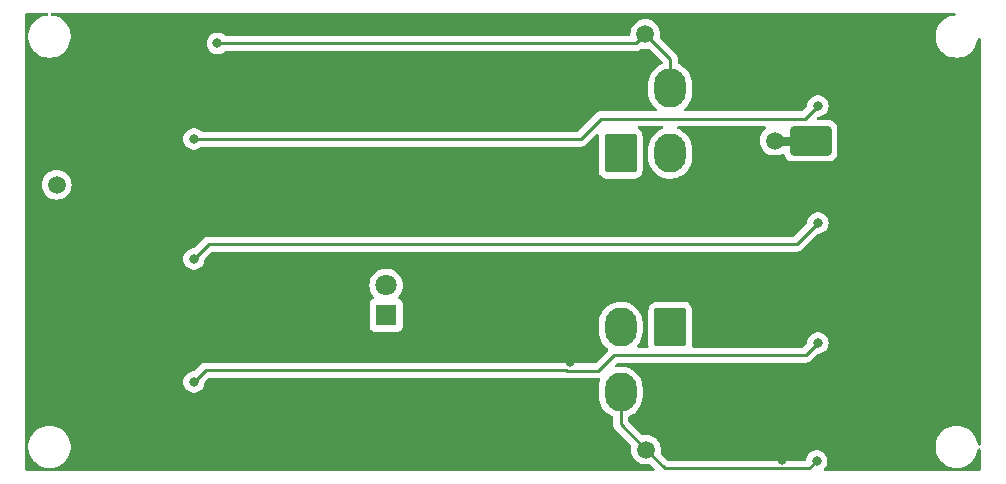
<source format=gbr>
%TF.GenerationSoftware,KiCad,Pcbnew,7.0.1*%
%TF.CreationDate,2023-04-22T16:12:32-08:00*%
%TF.ProjectId,CAUTION LIGHTS PANEL,43415554-494f-44e2-904c-494748545320,4*%
%TF.SameCoordinates,Original*%
%TF.FileFunction,Copper,L2,Bot*%
%TF.FilePolarity,Positive*%
%FSLAX46Y46*%
G04 Gerber Fmt 4.6, Leading zero omitted, Abs format (unit mm)*
G04 Created by KiCad (PCBNEW 7.0.1) date 2023-04-22 16:12:32*
%MOMM*%
%LPD*%
G01*
G04 APERTURE LIST*
G04 Aperture macros list*
%AMRoundRect*
0 Rectangle with rounded corners*
0 $1 Rounding radius*
0 $2 $3 $4 $5 $6 $7 $8 $9 X,Y pos of 4 corners*
0 Add a 4 corners polygon primitive as box body*
4,1,4,$2,$3,$4,$5,$6,$7,$8,$9,$2,$3,0*
0 Add four circle primitives for the rounded corners*
1,1,$1+$1,$2,$3*
1,1,$1+$1,$4,$5*
1,1,$1+$1,$6,$7*
1,1,$1+$1,$8,$9*
0 Add four rect primitives between the rounded corners*
20,1,$1+$1,$2,$3,$4,$5,0*
20,1,$1+$1,$4,$5,$6,$7,0*
20,1,$1+$1,$6,$7,$8,$9,0*
20,1,$1+$1,$8,$9,$2,$3,0*%
G04 Aperture macros list end*
%TA.AperFunction,ComponentPad*%
%ADD10C,1.500000*%
%TD*%
%TA.AperFunction,ComponentPad*%
%ADD11R,1.800000X1.800000*%
%TD*%
%TA.AperFunction,ComponentPad*%
%ADD12C,1.800000*%
%TD*%
%TA.AperFunction,SMDPad,CuDef*%
%ADD13RoundRect,0.250000X-1.500000X-1.000000X1.500000X-1.000000X1.500000X1.000000X-1.500000X1.000000X0*%
%TD*%
%TA.AperFunction,ComponentPad*%
%ADD14RoundRect,0.250001X-1.099999X-1.399999X1.099999X-1.399999X1.099999X1.399999X-1.099999X1.399999X0*%
%TD*%
%TA.AperFunction,ComponentPad*%
%ADD15O,2.700000X3.300000*%
%TD*%
%TA.AperFunction,ComponentPad*%
%ADD16RoundRect,0.250001X1.099999X1.399999X-1.099999X1.399999X-1.099999X-1.399999X1.099999X-1.399999X0*%
%TD*%
%TA.AperFunction,ViaPad*%
%ADD17C,0.800000*%
%TD*%
%TA.AperFunction,ViaPad*%
%ADD18C,1.500000*%
%TD*%
%TA.AperFunction,Conductor*%
%ADD19C,0.250000*%
%TD*%
%TA.AperFunction,Conductor*%
%ADD20C,0.750000*%
%TD*%
G04 APERTURE END LIST*
D10*
%TO.P,TP4,1,1*%
%TO.N,DATA OUT*%
X53086200Y2361200D03*
%TD*%
%TO.P,TP3,1,1*%
%TO.N,DATA IN*%
X53036200Y37531200D03*
%TD*%
%TO.P,TP2,1,1*%
%TO.N,GND*%
X3206200Y15571200D03*
%TD*%
%TO.P,TP1,1,1*%
%TO.N,+5V*%
X3196200Y24781200D03*
%TD*%
D11*
%TO.P,D1,1,K*%
%TO.N,Net-(D1-K)*%
X31086200Y13731200D03*
D12*
%TO.P,D1,2,A*%
%TO.N,+5V*%
X31086200Y16271200D03*
%TD*%
D13*
%TO.P,C1,1*%
%TO.N,+5V*%
X67026200Y28521200D03*
%TO.P,C1,2*%
%TO.N,GND*%
X73526200Y28521200D03*
%TD*%
D14*
%TO.P,J1,1,Pin_1*%
%TO.N,+5V*%
X50936200Y27451200D03*
D15*
%TO.P,J1,2,Pin_3*%
X55136200Y27451200D03*
%TO.P,J1,3,Pin_2*%
%TO.N,GND*%
X50936200Y32951200D03*
%TO.P,J1,4,Pin_4*%
%TO.N,DATA IN*%
X55136200Y32951200D03*
%TD*%
D16*
%TO.P,J2,1,Pin_1*%
%TO.N,+5V*%
X55146200Y12721200D03*
D15*
%TO.P,J2,2,Pin_3*%
X50946200Y12721200D03*
%TO.P,J2,3,Pin_2*%
%TO.N,GND*%
X55146200Y7221200D03*
%TO.P,J2,4,Pin_4*%
%TO.N,DATA OUT*%
X50946200Y7221200D03*
%TD*%
D17*
%TO.N,/DATA3*%
X67640200Y11379200D03*
X14808200Y8077200D03*
%TO.N,/DATA1*%
X14808200Y28651200D03*
X67640200Y31445200D03*
%TO.N,/DATA2*%
X14808200Y18491200D03*
X67640200Y21539200D03*
D18*
%TO.N,+5V*%
X63996200Y28521200D03*
D17*
%TO.N,DATA OUT*%
X67536200Y1391200D03*
%TO.N,GND*%
X16606200Y21691200D03*
X26516200Y21721200D03*
X39976200Y21841200D03*
X49776200Y21781200D03*
X64596200Y21891200D03*
X64596200Y11591200D03*
X46673700Y9761200D03*
X39976200Y11531200D03*
X34136200Y11281200D03*
X26516200Y11751200D03*
X16606200Y11891200D03*
X16606200Y1571200D03*
X26516200Y1601200D03*
X39976200Y1741200D03*
X49746200Y1671200D03*
X64596200Y1501200D03*
X75716200Y3201200D03*
X75786200Y13310000D03*
X75776200Y23419200D03*
X75816200Y33411200D03*
X64596200Y31791200D03*
X47883700Y30429200D03*
X39976200Y31821200D03*
X26516200Y32011200D03*
X16606200Y32021200D03*
%TO.N,DATA IN*%
X16796200Y36761200D03*
%TD*%
D19*
%TO.N,/DATA3*%
X15824200Y9093200D02*
X14808200Y8077200D01*
X50368200Y10363200D02*
X49041200Y9036200D01*
X46373395Y9036200D02*
X46316395Y9093200D01*
X66624200Y10363200D02*
X50368200Y10363200D01*
X49041200Y9036200D02*
X46373395Y9036200D01*
X46316395Y9093200D02*
X15824200Y9093200D01*
X67640200Y11379200D02*
X66624200Y10363200D01*
D20*
%TO.N,+5V*%
X63996200Y28521200D02*
X67026200Y28521200D01*
D19*
%TO.N,/DATA1*%
X49289200Y30366200D02*
X66561200Y30366200D01*
X47574200Y28651200D02*
X49289200Y30366200D01*
X66561200Y30366200D02*
X67640200Y31445200D01*
X14808200Y28651200D02*
X47574200Y28651200D01*
%TO.N,/DATA2*%
X65862200Y19761200D02*
X16078200Y19761200D01*
X16078200Y19761200D02*
X14808200Y18491200D01*
X67640200Y21539200D02*
X65862200Y19761200D01*
%TO.N,DATA OUT*%
X50946200Y4501200D02*
X50946200Y7221200D01*
X53086200Y2361200D02*
X50946200Y4501200D01*
X54671200Y776200D02*
X53086200Y2361200D01*
X66921200Y776200D02*
X54671200Y776200D01*
X67536200Y1391200D02*
X66921200Y776200D01*
%TO.N,DATA IN*%
X52266200Y36761200D02*
X16796200Y36761200D01*
X53036200Y37531200D02*
X52266200Y36761200D01*
X55136200Y35431200D02*
X53036200Y37531200D01*
X55136200Y32951200D02*
X55136200Y35431200D01*
%TD*%
%TA.AperFunction,Conductor*%
%TO.N,GND*%
G36*
X2431662Y39345996D02*
G01*
X2477542Y39301801D01*
X2495939Y39240811D01*
X2482151Y39178617D01*
X2439702Y39131117D01*
X2379444Y39110453D01*
X2338464Y39107382D01*
X2323589Y39106267D01*
X2061959Y39046551D01*
X1812152Y38948509D01*
X1579750Y38814331D01*
X1369933Y38647008D01*
X1187404Y38450289D01*
X1036233Y38228562D01*
X919796Y37986778D01*
X846938Y37750576D01*
X840696Y37730341D01*
X800700Y37464979D01*
X800700Y37196621D01*
X840696Y36931259D01*
X840697Y36931257D01*
X919796Y36674823D01*
X1036233Y36433040D01*
X1187404Y36211311D01*
X1369933Y36014593D01*
X1369936Y36014590D01*
X1579747Y35847271D01*
X1812153Y35713091D01*
X2061961Y35615049D01*
X2323591Y35555333D01*
X2524198Y35540300D01*
X2658197Y35540300D01*
X2658202Y35540300D01*
X2858809Y35555333D01*
X3120439Y35615049D01*
X3370247Y35713091D01*
X3602653Y35847271D01*
X3812464Y36014590D01*
X3994995Y36211311D01*
X4146167Y36433039D01*
X4262603Y36674823D01*
X4341704Y36931259D01*
X4381700Y37196621D01*
X4381700Y37464979D01*
X4341704Y37730341D01*
X4280244Y37929587D01*
X4262603Y37986778D01*
X4206530Y38103215D01*
X4146167Y38228560D01*
X4067978Y38343242D01*
X3994995Y38450290D01*
X3812466Y38647008D01*
X3812465Y38647009D01*
X3812464Y38647010D01*
X3602653Y38814329D01*
X3370247Y38948509D01*
X3120440Y39046551D01*
X2858810Y39106267D01*
X2850229Y39106910D01*
X2802955Y39110453D01*
X2742698Y39131117D01*
X2700249Y39178617D01*
X2686461Y39240811D01*
X2704858Y39301801D01*
X2750738Y39345996D01*
X2812373Y39362100D01*
X79170027Y39362100D01*
X79231662Y39345996D01*
X79277542Y39301801D01*
X79295939Y39240811D01*
X79282151Y39178617D01*
X79239702Y39131117D01*
X79179444Y39110453D01*
X79138464Y39107382D01*
X79123589Y39106267D01*
X78861959Y39046551D01*
X78612152Y38948509D01*
X78379750Y38814331D01*
X78169933Y38647008D01*
X77987404Y38450289D01*
X77836233Y38228562D01*
X77719796Y37986778D01*
X77646938Y37750576D01*
X77640696Y37730341D01*
X77600700Y37464979D01*
X77600700Y37196621D01*
X77640696Y36931259D01*
X77640697Y36931257D01*
X77719796Y36674823D01*
X77836233Y36433040D01*
X77987404Y36211311D01*
X78169933Y36014593D01*
X78169936Y36014590D01*
X78379747Y35847271D01*
X78612153Y35713091D01*
X78861961Y35615049D01*
X79123591Y35555333D01*
X79324198Y35540300D01*
X79458197Y35540300D01*
X79458202Y35540300D01*
X79658809Y35555333D01*
X79920439Y35615049D01*
X80170247Y35713091D01*
X80402653Y35847271D01*
X80612464Y36014590D01*
X80794995Y36211311D01*
X80946167Y36433039D01*
X81062603Y36674823D01*
X81141704Y36931259D01*
X81169707Y37117056D01*
X81193861Y37174354D01*
X81242478Y37213125D01*
X81303716Y37223923D01*
X81362661Y37204118D01*
X81404956Y37158535D01*
X81420300Y37098275D01*
X81420300Y2823725D01*
X81404956Y2763465D01*
X81362661Y2717882D01*
X81303716Y2698077D01*
X81242478Y2708875D01*
X81193861Y2747646D01*
X81169707Y2804946D01*
X81141704Y2990741D01*
X81062603Y3247177D01*
X80946167Y3488960D01*
X80850330Y3629528D01*
X80794995Y3710690D01*
X80612466Y3907408D01*
X80612465Y3907409D01*
X80612464Y3907410D01*
X80402653Y4074729D01*
X80170247Y4208909D01*
X80161301Y4212420D01*
X79920440Y4306951D01*
X79658810Y4366667D01*
X79625374Y4369173D01*
X79458202Y4381700D01*
X79324198Y4381700D01*
X79199281Y4372339D01*
X79123589Y4366667D01*
X78861959Y4306951D01*
X78612152Y4208909D01*
X78379750Y4074731D01*
X78379747Y4074729D01*
X78366410Y4064093D01*
X78169933Y3907408D01*
X77987404Y3710689D01*
X77836233Y3488962D01*
X77719796Y3247178D01*
X77644964Y3004578D01*
X77640696Y2990741D01*
X77600700Y2725379D01*
X77600700Y2457021D01*
X77640696Y2191659D01*
X77656067Y2141829D01*
X77719796Y1935223D01*
X77836233Y1693440D01*
X77987404Y1471711D01*
X78169933Y1274993D01*
X78169936Y1274990D01*
X78379747Y1107671D01*
X78612153Y973491D01*
X78861961Y875449D01*
X79123591Y815733D01*
X79324198Y800700D01*
X79458197Y800700D01*
X79458202Y800700D01*
X79658809Y815733D01*
X79920439Y875449D01*
X80170247Y973491D01*
X80402653Y1107671D01*
X80612464Y1274990D01*
X80794995Y1471711D01*
X80946167Y1693439D01*
X81062603Y1935223D01*
X81141704Y2191659D01*
X81169707Y2377456D01*
X81193861Y2434754D01*
X81242478Y2473525D01*
X81303716Y2484323D01*
X81362661Y2464518D01*
X81404956Y2418935D01*
X81420300Y2358675D01*
X81420300Y673100D01*
X81403419Y610100D01*
X81357300Y563981D01*
X81294300Y547100D01*
X68281676Y547100D01*
X68225652Y560240D01*
X68181313Y596921D01*
X68157908Y649490D01*
X68160318Y706984D01*
X68188040Y757411D01*
X68192348Y762195D01*
X68275240Y854256D01*
X68370727Y1019644D01*
X68429742Y1201272D01*
X68449704Y1391200D01*
X68429742Y1581128D01*
X68381518Y1729546D01*
X68370727Y1762757D01*
X68275241Y1928143D01*
X68147452Y2070067D01*
X67992953Y2182317D01*
X67992952Y2182318D01*
X67818488Y2259994D01*
X67631687Y2299700D01*
X67440713Y2299700D01*
X67316179Y2273230D01*
X67253911Y2259994D01*
X67079446Y2182317D01*
X66924947Y2070067D01*
X66797158Y1928143D01*
X66701672Y1762757D01*
X66642658Y1581130D01*
X66636499Y1522528D01*
X66615647Y1465241D01*
X66570342Y1424448D01*
X66511189Y1409700D01*
X54985795Y1409700D01*
X54937577Y1419291D01*
X54896700Y1446605D01*
X54354527Y1988778D01*
X54321915Y2045264D01*
X54321915Y2110486D01*
X54330315Y2141829D01*
X54349507Y2361200D01*
X54330315Y2580571D01*
X54303087Y2682184D01*
X54298449Y2699493D01*
X54273320Y2793276D01*
X54180256Y2992853D01*
X54053949Y3173238D01*
X54053948Y3173239D01*
X54053946Y3173242D01*
X53898241Y3328947D01*
X53717853Y3455257D01*
X53518274Y3548321D01*
X53305575Y3605315D01*
X53086200Y3624507D01*
X52866826Y3605315D01*
X52835481Y3596916D01*
X52770259Y3596917D01*
X52713776Y3629528D01*
X51616605Y4726700D01*
X51589291Y4767577D01*
X51579700Y4815795D01*
X51579700Y5087699D01*
X51589145Y5135563D01*
X51616064Y5176250D01*
X51656421Y5203663D01*
X51798260Y5263938D01*
X51907414Y5330554D01*
X52030477Y5405658D01*
X52239587Y5579681D01*
X52421131Y5782296D01*
X52571239Y6009184D01*
X52686712Y6255511D01*
X52765089Y6516025D01*
X52804700Y6785175D01*
X52804700Y7589120D01*
X52789813Y7792524D01*
X52730661Y8058064D01*
X52666817Y8224992D01*
X52633477Y8312164D01*
X52500330Y8549406D01*
X52334064Y8764725D01*
X52334061Y8764729D01*
X52138212Y8953552D01*
X52138208Y8953555D01*
X52138205Y8953558D01*
X51916958Y9111847D01*
X51675012Y9236239D01*
X51417535Y9324078D01*
X51150011Y9373492D01*
X50878141Y9383429D01*
X50607722Y9353673D01*
X50579039Y9346174D01*
X50513966Y9346531D01*
X50457750Y9379308D01*
X50425385Y9435763D01*
X50425504Y9500837D01*
X50458075Y9557172D01*
X50593699Y9692796D01*
X50634577Y9720109D01*
X50682795Y9729700D01*
X66540347Y9729700D01*
X66561135Y9727405D01*
X66564107Y9727499D01*
X66564109Y9727498D01*
X66632185Y9729638D01*
X66636145Y9729700D01*
X66664052Y9729700D01*
X66664056Y9729700D01*
X66668065Y9730207D01*
X66679899Y9731139D01*
X66724089Y9732527D01*
X66743538Y9738179D01*
X66762898Y9742188D01*
X66782997Y9744726D01*
X66824115Y9761007D01*
X66835317Y9764843D01*
X66877793Y9777182D01*
X66895239Y9787501D01*
X66912980Y9796191D01*
X66931817Y9803648D01*
X66967592Y9829642D01*
X66977503Y9836152D01*
X67015562Y9858658D01*
X67029891Y9872988D01*
X67044919Y9885823D01*
X67061307Y9897728D01*
X67089498Y9931807D01*
X67097468Y9940566D01*
X67590700Y10433796D01*
X67631578Y10461109D01*
X67679796Y10470700D01*
X67735685Y10470700D01*
X67735687Y10470700D01*
X67922488Y10510406D01*
X68096952Y10588082D01*
X68251453Y10700334D01*
X68379240Y10842256D01*
X68474727Y11007644D01*
X68533742Y11189272D01*
X68553704Y11379200D01*
X68533742Y11569128D01*
X68474727Y11750756D01*
X68474727Y11750757D01*
X68379241Y11916143D01*
X68251452Y12058067D01*
X68096953Y12170317D01*
X68096952Y12170318D01*
X67922488Y12247994D01*
X67735687Y12287700D01*
X67544713Y12287700D01*
X67420179Y12261230D01*
X67357911Y12247994D01*
X67183446Y12170317D01*
X67028947Y12058067D01*
X66901158Y11916143D01*
X66805672Y11750757D01*
X66746658Y11569130D01*
X66729293Y11403910D01*
X66717709Y11362837D01*
X66693079Y11327986D01*
X66398700Y11033605D01*
X66357822Y11006291D01*
X66309604Y10996700D01*
X57112220Y10996700D01*
X57054855Y11010516D01*
X57010070Y11048935D01*
X56987687Y11103530D01*
X56992615Y11162330D01*
X56994085Y11166770D01*
X56994087Y11166775D01*
X57004700Y11270656D01*
X57004700Y14171744D01*
X56994087Y14275625D01*
X56938315Y14443938D01*
X56845230Y14594851D01*
X56845228Y14594853D01*
X56845227Y14594855D01*
X56719854Y14720228D01*
X56693898Y14736238D01*
X56568938Y14813315D01*
X56447143Y14853673D01*
X56400626Y14869087D01*
X56379848Y14871210D01*
X56296744Y14879700D01*
X53995656Y14879700D01*
X53934892Y14873492D01*
X53891773Y14869087D01*
X53723462Y14813315D01*
X53572545Y14720228D01*
X53447172Y14594855D01*
X53354085Y14443938D01*
X53298313Y14275627D01*
X53298312Y14275625D01*
X53298313Y14275625D01*
X53287700Y14171744D01*
X53287700Y11270656D01*
X53297199Y11177676D01*
X53298314Y11166770D01*
X53299785Y11162330D01*
X53304713Y11103530D01*
X53282330Y11048935D01*
X53237545Y11010516D01*
X53180180Y10996700D01*
X52447311Y10996700D01*
X52391342Y11009813D01*
X52347022Y11046423D01*
X52323577Y11098909D01*
X52325887Y11156348D01*
X52353470Y11206782D01*
X52421131Y11282296D01*
X52571239Y11509184D01*
X52686712Y11755511D01*
X52765089Y12016025D01*
X52771276Y12058066D01*
X52804700Y12285173D01*
X52804700Y13089119D01*
X52799715Y13157227D01*
X52789813Y13292524D01*
X52730661Y13558064D01*
X52633477Y13812163D01*
X52633477Y13812164D01*
X52500330Y14049406D01*
X52334064Y14264725D01*
X52334061Y14264729D01*
X52138212Y14453552D01*
X52138208Y14453555D01*
X52138205Y14453558D01*
X51916958Y14611847D01*
X51675012Y14736239D01*
X51417535Y14824078D01*
X51150011Y14873492D01*
X50878141Y14883429D01*
X50607724Y14853673D01*
X50344524Y14784864D01*
X50094139Y14678463D01*
X49861921Y14536742D01*
X49652812Y14362719D01*
X49471272Y14160108D01*
X49321160Y13933216D01*
X49205688Y13686890D01*
X49127309Y13426371D01*
X49087700Y13157227D01*
X49087700Y12353281D01*
X49102587Y12149873D01*
X49161738Y11884338D01*
X49258922Y11630237D01*
X49392069Y11392995D01*
X49535860Y11206782D01*
X49558339Y11177671D01*
X49754188Y10988848D01*
X49833704Y10931959D01*
X49869984Y10891654D01*
X49885964Y10839831D01*
X49878681Y10786092D01*
X49849484Y10740391D01*
X48815697Y9706603D01*
X48774823Y9679291D01*
X48726605Y9669700D01*
X46615084Y9669700D01*
X46554384Y9685285D01*
X46551454Y9686896D01*
X46531835Y9691933D01*
X46513131Y9698336D01*
X46506404Y9701247D01*
X46494539Y9706382D01*
X46450870Y9713298D01*
X46439248Y9715705D01*
X46429445Y9718222D01*
X46396425Y9726700D01*
X46396424Y9726700D01*
X46376171Y9726700D01*
X46356461Y9728251D01*
X46336452Y9731421D01*
X46292434Y9727259D01*
X46280576Y9726700D01*
X15908053Y9726700D01*
X15887263Y9728996D01*
X15816201Y9726762D01*
X15812243Y9726700D01*
X15784342Y9726700D01*
X15780334Y9726194D01*
X15768513Y9725264D01*
X15724308Y9723875D01*
X15704851Y9718222D01*
X15685501Y9714214D01*
X15665402Y9711675D01*
X15624293Y9695398D01*
X15613065Y9691554D01*
X15570608Y9679219D01*
X15553164Y9668903D01*
X15535417Y9660210D01*
X15516584Y9652754D01*
X15480811Y9626763D01*
X15470893Y9620249D01*
X15432839Y9597743D01*
X15418512Y9583417D01*
X15403483Y9570582D01*
X15387094Y9558675D01*
X15358901Y9524596D01*
X15350913Y9515819D01*
X14857697Y9022603D01*
X14816823Y8995291D01*
X14768605Y8985700D01*
X14712713Y8985700D01*
X14588178Y8959230D01*
X14525911Y8945994D01*
X14351446Y8868317D01*
X14196947Y8756067D01*
X14069158Y8614143D01*
X13973672Y8448757D01*
X13914658Y8267130D01*
X13894696Y8077200D01*
X13914658Y7887271D01*
X13973672Y7705644D01*
X14069158Y7540258D01*
X14069160Y7540256D01*
X14196947Y7398334D01*
X14351448Y7286082D01*
X14525912Y7208406D01*
X14712713Y7168700D01*
X14903685Y7168700D01*
X14903687Y7168700D01*
X15090488Y7208406D01*
X15264952Y7286082D01*
X15419453Y7398334D01*
X15547240Y7540256D01*
X15642727Y7705644D01*
X15701742Y7887272D01*
X15719107Y8052499D01*
X15730690Y8093566D01*
X15755318Y8128415D01*
X16049700Y8422796D01*
X16090578Y8450109D01*
X16138796Y8459700D01*
X46074706Y8459700D01*
X46135406Y8444115D01*
X46138335Y8442505D01*
X46157961Y8437466D01*
X46176654Y8431066D01*
X46195250Y8423019D01*
X46238925Y8416102D01*
X46250520Y8413702D01*
X46293365Y8402700D01*
X46313619Y8402700D01*
X46333329Y8401149D01*
X46353337Y8397980D01*
X46353337Y8397981D01*
X46353338Y8397980D01*
X46397356Y8402142D01*
X46409214Y8402700D01*
X48957347Y8402700D01*
X48978135Y8400405D01*
X48981107Y8400499D01*
X48981109Y8400498D01*
X49049185Y8402638D01*
X49053145Y8402700D01*
X49081052Y8402700D01*
X49081056Y8402700D01*
X49085065Y8403207D01*
X49096879Y8404139D01*
X49105499Y8404409D01*
X49167497Y8390311D01*
X49214720Y8347731D01*
X49235137Y8287513D01*
X49223549Y8224992D01*
X49205689Y8186894D01*
X49127309Y7926371D01*
X49087700Y7657227D01*
X49087700Y6853281D01*
X49102587Y6649873D01*
X49161738Y6384338D01*
X49258922Y6130237D01*
X49392069Y5892995D01*
X49558335Y5677676D01*
X49558339Y5677671D01*
X49754188Y5488848D01*
X49754191Y5488846D01*
X49754194Y5488843D01*
X49975441Y5330554D01*
X50217384Y5206163D01*
X50227381Y5202753D01*
X50271917Y5176313D01*
X50302055Y5134189D01*
X50312700Y5083501D01*
X50312700Y4585053D01*
X50310404Y4564265D01*
X50312638Y4493214D01*
X50312700Y4489255D01*
X50312700Y4461343D01*
X50313207Y4457327D01*
X50314137Y4445504D01*
X50315526Y4401308D01*
X50321177Y4381859D01*
X50325186Y4362504D01*
X50327725Y4342406D01*
X50344001Y4301297D01*
X50347844Y4290070D01*
X50360180Y4247610D01*
X50370494Y4230170D01*
X50379187Y4212426D01*
X50380580Y4208909D01*
X50386649Y4193581D01*
X50412631Y4157820D01*
X50419148Y4147899D01*
X50441658Y4109837D01*
X50455978Y4095517D01*
X50468818Y4080484D01*
X50480726Y4064095D01*
X50514798Y4035908D01*
X50523578Y4027918D01*
X51817872Y2733624D01*
X51850483Y2677141D01*
X51850484Y2611919D01*
X51842085Y2580574D01*
X51822893Y2361200D01*
X51842085Y2141825D01*
X51899079Y1929126D01*
X51992143Y1729547D01*
X52118453Y1549159D01*
X52274158Y1393454D01*
X52274161Y1393452D01*
X52274162Y1393451D01*
X52454546Y1267144D01*
X52654124Y1174080D01*
X52747907Y1148951D01*
X52866824Y1117086D01*
X52866825Y1117086D01*
X52866829Y1117085D01*
X53086200Y1097893D01*
X53305571Y1117085D01*
X53336915Y1125485D01*
X53402138Y1125485D01*
X53458623Y1092873D01*
X53789301Y762195D01*
X53820039Y712036D01*
X53824655Y653389D01*
X53802142Y599039D01*
X53757409Y560833D01*
X53700206Y547100D01*
X671300Y547100D01*
X608300Y563981D01*
X562181Y610100D01*
X545300Y673100D01*
X545300Y2457021D01*
X800700Y2457021D01*
X840696Y2191659D01*
X856067Y2141829D01*
X919796Y1935223D01*
X1036233Y1693440D01*
X1187404Y1471711D01*
X1369933Y1274993D01*
X1369936Y1274990D01*
X1579747Y1107671D01*
X1812153Y973491D01*
X2061961Y875449D01*
X2323591Y815733D01*
X2524198Y800700D01*
X2658197Y800700D01*
X2658202Y800700D01*
X2858809Y815733D01*
X3120439Y875449D01*
X3370247Y973491D01*
X3602653Y1107671D01*
X3812464Y1274990D01*
X3994995Y1471711D01*
X4146167Y1693439D01*
X4262603Y1935223D01*
X4341704Y2191659D01*
X4381700Y2457021D01*
X4381700Y2725379D01*
X4341704Y2990741D01*
X4262603Y3247177D01*
X4146167Y3488960D01*
X4050330Y3629528D01*
X3994995Y3710690D01*
X3812466Y3907408D01*
X3812465Y3907409D01*
X3812464Y3907410D01*
X3602653Y4074729D01*
X3370247Y4208909D01*
X3361301Y4212420D01*
X3120440Y4306951D01*
X2858810Y4366667D01*
X2825374Y4369173D01*
X2658202Y4381700D01*
X2524198Y4381700D01*
X2399281Y4372339D01*
X2323589Y4366667D01*
X2061959Y4306951D01*
X1812152Y4208909D01*
X1579750Y4074731D01*
X1579747Y4074729D01*
X1566410Y4064093D01*
X1369933Y3907408D01*
X1187404Y3710689D01*
X1036233Y3488962D01*
X919796Y3247178D01*
X844964Y3004578D01*
X840696Y2990741D01*
X800700Y2725379D01*
X800700Y2457021D01*
X545300Y2457021D01*
X545300Y16271200D01*
X29672873Y16271200D01*
X29692149Y16038574D01*
X29749451Y15812293D01*
X29843216Y15598531D01*
X29970886Y15403117D01*
X30056042Y15310613D01*
X30085279Y15257010D01*
X30085882Y15195954D01*
X30057708Y15141784D01*
X30007374Y15107220D01*
X29939993Y15082089D01*
X29822938Y14994462D01*
X29735311Y14877406D01*
X29684211Y14740401D01*
X29677700Y14679838D01*
X29677700Y12782562D01*
X29684211Y12722000D01*
X29735311Y12584995D01*
X29822938Y12467939D01*
X29939994Y12380312D01*
X29939995Y12380312D01*
X29939996Y12380311D01*
X30076999Y12329211D01*
X30137562Y12322700D01*
X32034838Y12322700D01*
X32095401Y12329211D01*
X32232404Y12380311D01*
X32349461Y12467939D01*
X32437089Y12584996D01*
X32488189Y12721999D01*
X32494700Y12782562D01*
X32494700Y14679838D01*
X32488189Y14740401D01*
X32437089Y14877404D01*
X32437088Y14877406D01*
X32349461Y14994462D01*
X32232405Y15082089D01*
X32165026Y15107220D01*
X32114691Y15141784D01*
X32086517Y15195954D01*
X32087120Y15257010D01*
X32116354Y15310610D01*
X32201514Y15403117D01*
X32329184Y15598531D01*
X32422949Y15812293D01*
X32480251Y16038574D01*
X32499527Y16271200D01*
X32480251Y16503826D01*
X32422949Y16730107D01*
X32329184Y16943869D01*
X32201514Y17139283D01*
X32043420Y17311018D01*
X31859217Y17454390D01*
X31827979Y17471295D01*
X31653926Y17565488D01*
X31488126Y17622407D01*
X31433151Y17641280D01*
X31202912Y17679700D01*
X30969488Y17679700D01*
X30739249Y17641280D01*
X30739246Y17641280D01*
X30739246Y17641279D01*
X30518473Y17565488D01*
X30313184Y17454391D01*
X30128979Y17311018D01*
X29970884Y17139281D01*
X29843216Y16943870D01*
X29749450Y16730106D01*
X29692150Y16503831D01*
X29692149Y16503826D01*
X29672873Y16271200D01*
X545300Y16271200D01*
X545300Y18491200D01*
X13894696Y18491200D01*
X13914658Y18301271D01*
X13973672Y18119644D01*
X14069158Y17954258D01*
X14069160Y17954256D01*
X14196947Y17812334D01*
X14351448Y17700082D01*
X14525912Y17622406D01*
X14712713Y17582700D01*
X14903685Y17582700D01*
X14903687Y17582700D01*
X15090488Y17622406D01*
X15264952Y17700082D01*
X15419453Y17812334D01*
X15547240Y17954256D01*
X15642727Y18119644D01*
X15701742Y18301272D01*
X15719107Y18466500D01*
X15730690Y18507567D01*
X15755318Y18542416D01*
X16303699Y19090796D01*
X16344577Y19118109D01*
X16392795Y19127700D01*
X65778347Y19127700D01*
X65799135Y19125405D01*
X65802107Y19125499D01*
X65802109Y19125498D01*
X65870185Y19127638D01*
X65874145Y19127700D01*
X65902052Y19127700D01*
X65902056Y19127700D01*
X65906065Y19128207D01*
X65917899Y19129139D01*
X65962089Y19130527D01*
X65981538Y19136179D01*
X66000898Y19140188D01*
X66020997Y19142726D01*
X66062115Y19159007D01*
X66073317Y19162843D01*
X66115793Y19175182D01*
X66133239Y19185501D01*
X66150980Y19194191D01*
X66169817Y19201648D01*
X66205592Y19227642D01*
X66215503Y19234152D01*
X66253562Y19256658D01*
X66267891Y19270988D01*
X66282919Y19283823D01*
X66299307Y19295728D01*
X66327503Y19329814D01*
X66335462Y19338560D01*
X67590701Y20593798D01*
X67631576Y20621109D01*
X67679794Y20630700D01*
X67735685Y20630700D01*
X67735687Y20630700D01*
X67922488Y20670406D01*
X68096952Y20748082D01*
X68251453Y20860334D01*
X68379240Y21002256D01*
X68474727Y21167644D01*
X68533742Y21349272D01*
X68553704Y21539200D01*
X68533742Y21729128D01*
X68474727Y21910756D01*
X68474727Y21910757D01*
X68379241Y22076143D01*
X68251452Y22218067D01*
X68096953Y22330317D01*
X68096952Y22330318D01*
X67922488Y22407994D01*
X67735687Y22447700D01*
X67544713Y22447700D01*
X67420178Y22421230D01*
X67357911Y22407994D01*
X67183446Y22330317D01*
X67028947Y22218067D01*
X66901158Y22076143D01*
X66805672Y21910757D01*
X66746658Y21729130D01*
X66729293Y21563908D01*
X66717709Y21522834D01*
X66693078Y21487984D01*
X65636700Y20431605D01*
X65595823Y20404291D01*
X65547605Y20394700D01*
X16162053Y20394700D01*
X16141264Y20396996D01*
X16070214Y20394762D01*
X16066255Y20394700D01*
X16038339Y20394700D01*
X16034323Y20394193D01*
X16022503Y20393263D01*
X15978310Y20391874D01*
X15958857Y20386222D01*
X15939503Y20382214D01*
X15919404Y20379675D01*
X15878296Y20363399D01*
X15867070Y20359556D01*
X15824608Y20347219D01*
X15807164Y20336903D01*
X15789415Y20328209D01*
X15770584Y20320754D01*
X15734825Y20294773D01*
X15724906Y20288257D01*
X15686836Y20265743D01*
X15672509Y20251415D01*
X15657479Y20238578D01*
X15641094Y20226674D01*
X15612916Y20192613D01*
X15604929Y20183836D01*
X14857700Y19436605D01*
X14816822Y19409291D01*
X14768604Y19399700D01*
X14712713Y19399700D01*
X14588179Y19373230D01*
X14525911Y19359994D01*
X14385896Y19297656D01*
X14381568Y19295728D01*
X14351446Y19282317D01*
X14196947Y19170067D01*
X14069158Y19028143D01*
X13973672Y18862757D01*
X13914658Y18681130D01*
X13894696Y18491200D01*
X545300Y18491200D01*
X545300Y24781201D01*
X1932893Y24781201D01*
X1952085Y24561825D01*
X2009079Y24349126D01*
X2102143Y24149547D01*
X2228453Y23969159D01*
X2384158Y23813454D01*
X2384161Y23813452D01*
X2384162Y23813451D01*
X2564546Y23687144D01*
X2764124Y23594080D01*
X2857907Y23568951D01*
X2976824Y23537086D01*
X2976825Y23537086D01*
X2976829Y23537085D01*
X3196200Y23517893D01*
X3415571Y23537085D01*
X3628276Y23594080D01*
X3827854Y23687144D01*
X4008238Y23813451D01*
X4163949Y23969162D01*
X4290256Y24149546D01*
X4383320Y24349124D01*
X4440315Y24561829D01*
X4459507Y24781200D01*
X4440315Y25000571D01*
X4383320Y25213276D01*
X4290256Y25412853D01*
X4163949Y25593238D01*
X4163948Y25593239D01*
X4163946Y25593242D01*
X4008241Y25748947D01*
X3827853Y25875257D01*
X3628274Y25968321D01*
X3415575Y26025315D01*
X3196200Y26044507D01*
X2976824Y26025315D01*
X2764125Y25968321D01*
X2564547Y25875257D01*
X2384158Y25748947D01*
X2228453Y25593242D01*
X2102143Y25412853D01*
X2009079Y25213275D01*
X1952085Y25000576D01*
X1932893Y24781201D01*
X545300Y24781201D01*
X545300Y28651200D01*
X13894696Y28651200D01*
X13914658Y28461271D01*
X13973672Y28279644D01*
X14069158Y28114258D01*
X14069160Y28114256D01*
X14196947Y27972334D01*
X14351448Y27860082D01*
X14525912Y27782406D01*
X14712713Y27742700D01*
X14903685Y27742700D01*
X14903687Y27742700D01*
X15090488Y27782406D01*
X15264952Y27860082D01*
X15419453Y27972334D01*
X15422764Y27976012D01*
X15465152Y28006807D01*
X15516400Y28017700D01*
X47490347Y28017700D01*
X47511135Y28015405D01*
X47514107Y28015499D01*
X47514109Y28015498D01*
X47582185Y28017638D01*
X47586145Y28017700D01*
X47614052Y28017700D01*
X47614056Y28017700D01*
X47618065Y28018207D01*
X47629899Y28019139D01*
X47674089Y28020527D01*
X47693538Y28026179D01*
X47712898Y28030188D01*
X47732997Y28032726D01*
X47774115Y28049007D01*
X47785317Y28052843D01*
X47827793Y28065182D01*
X47845239Y28075501D01*
X47862980Y28084191D01*
X47881817Y28091648D01*
X47917592Y28117642D01*
X47927503Y28124152D01*
X47965562Y28146658D01*
X47979891Y28160988D01*
X47994919Y28173823D01*
X48011307Y28185728D01*
X48039503Y28219814D01*
X48047472Y28228570D01*
X48867892Y29048990D01*
X48920495Y29080493D01*
X48981744Y29083435D01*
X49037129Y29057117D01*
X49073532Y29007773D01*
X49082332Y28947088D01*
X49077700Y28901743D01*
X49077700Y26000660D01*
X49088313Y25896774D01*
X49116199Y25812619D01*
X49144085Y25728462D01*
X49227493Y25593238D01*
X49237172Y25577546D01*
X49362545Y25452173D01*
X49362547Y25452172D01*
X49362549Y25452170D01*
X49513462Y25359085D01*
X49681775Y25303313D01*
X49785656Y25292700D01*
X52086740Y25292700D01*
X52086744Y25292700D01*
X52190625Y25303313D01*
X52358938Y25359085D01*
X52509851Y25452170D01*
X52635230Y25577549D01*
X52728315Y25728462D01*
X52784087Y25896775D01*
X52794700Y26000656D01*
X52794700Y28901744D01*
X52784087Y29005625D01*
X52728315Y29173938D01*
X52635230Y29324851D01*
X52635228Y29324853D01*
X52635227Y29324855D01*
X52509854Y29450228D01*
X52483898Y29466238D01*
X52430036Y29499461D01*
X52385629Y29546256D01*
X52370204Y29608899D01*
X52387806Y29670965D01*
X52433821Y29716184D01*
X52496185Y29732700D01*
X54428468Y29732700D01*
X54494107Y29714253D01*
X54540525Y29664312D01*
X54554132Y29597503D01*
X54530942Y29533386D01*
X54477747Y29490737D01*
X54447864Y29478038D01*
X54284139Y29408463D01*
X54051921Y29266742D01*
X53842812Y29092719D01*
X53661272Y28890108D01*
X53511160Y28663216D01*
X53395688Y28416890D01*
X53317309Y28156371D01*
X53277700Y27887227D01*
X53277700Y27083281D01*
X53292587Y26879873D01*
X53351738Y26614338D01*
X53448922Y26360237D01*
X53582069Y26122995D01*
X53701506Y25968321D01*
X53748339Y25907671D01*
X53944188Y25718848D01*
X53944191Y25718846D01*
X53944194Y25718843D01*
X54165441Y25560554D01*
X54407387Y25436162D01*
X54540710Y25390679D01*
X54664866Y25348322D01*
X54932390Y25298908D01*
X55204258Y25288972D01*
X55474675Y25318727D01*
X55737878Y25387537D01*
X55988258Y25493937D01*
X56220477Y25635658D01*
X56429587Y25809681D01*
X56611131Y26012296D01*
X56761239Y26239184D01*
X56876712Y26485511D01*
X56955089Y26746025D01*
X56967313Y26829086D01*
X56994700Y27015173D01*
X56994700Y27819119D01*
X56989715Y27887227D01*
X56979813Y28022524D01*
X56920661Y28288064D01*
X56871390Y28416890D01*
X56823477Y28542164D01*
X56690330Y28779406D01*
X56524064Y28994725D01*
X56524061Y28994729D01*
X56328212Y29183552D01*
X56328208Y29183555D01*
X56328205Y29183558D01*
X56106958Y29341847D01*
X55865011Y29466239D01*
X55802840Y29487449D01*
X55745506Y29527525D01*
X55718383Y29592005D01*
X55729830Y29661014D01*
X55776320Y29713282D01*
X55843523Y29732700D01*
X63132654Y29732700D01*
X63193740Y29716902D01*
X63239508Y29673470D01*
X63258481Y29613294D01*
X63245902Y29551465D01*
X63204925Y29503488D01*
X63199172Y29499459D01*
X63184156Y29488945D01*
X63028453Y29333242D01*
X62902143Y29152853D01*
X62809079Y28953275D01*
X62752085Y28740576D01*
X62732893Y28521200D01*
X62752085Y28301825D01*
X62809079Y28089126D01*
X62902143Y27889547D01*
X63028453Y27709159D01*
X63184158Y27553454D01*
X63184161Y27553452D01*
X63184162Y27553451D01*
X63364546Y27427144D01*
X63564124Y27334080D01*
X63657907Y27308951D01*
X63776824Y27277086D01*
X63776825Y27277086D01*
X63776829Y27277085D01*
X63996200Y27257893D01*
X64215571Y27277085D01*
X64428276Y27334080D01*
X64612532Y27420000D01*
X64681620Y27430804D01*
X64745831Y27403106D01*
X64785383Y27345438D01*
X64834085Y27198462D01*
X64905130Y27083281D01*
X64927172Y27047545D01*
X65052544Y26922173D01*
X65052546Y26922172D01*
X65052548Y26922170D01*
X65203462Y26829085D01*
X65371774Y26773313D01*
X65475655Y26762700D01*
X68576744Y26762701D01*
X68680626Y26773313D01*
X68848938Y26829085D01*
X68999852Y26922170D01*
X69125230Y27047548D01*
X69218315Y27198462D01*
X69274087Y27366774D01*
X69284700Y27470655D01*
X69284699Y29571744D01*
X69274087Y29675626D01*
X69218315Y29843938D01*
X69125230Y29994852D01*
X69125228Y29994854D01*
X69125227Y29994856D01*
X68999855Y30120228D01*
X68999852Y30120230D01*
X68848938Y30213315D01*
X68680626Y30269087D01*
X68576745Y30279700D01*
X68576741Y30279700D01*
X67674795Y30279700D01*
X67617592Y30293433D01*
X67572859Y30331639D01*
X67550346Y30385989D01*
X67554962Y30444636D01*
X67585700Y30494795D01*
X67590700Y30499795D01*
X67631577Y30527109D01*
X67679795Y30536700D01*
X67735685Y30536700D01*
X67735687Y30536700D01*
X67922488Y30576406D01*
X68096952Y30654082D01*
X68251453Y30766334D01*
X68379240Y30908256D01*
X68474727Y31073644D01*
X68533742Y31255272D01*
X68553704Y31445200D01*
X68533742Y31635128D01*
X68474727Y31816756D01*
X68474727Y31816757D01*
X68379241Y31982143D01*
X68251452Y32124067D01*
X68096953Y32236317D01*
X68096952Y32236318D01*
X67922488Y32313994D01*
X67735687Y32353700D01*
X67544713Y32353700D01*
X67420179Y32327230D01*
X67357911Y32313994D01*
X67183446Y32236317D01*
X67028947Y32124067D01*
X66901158Y31982143D01*
X66805672Y31816757D01*
X66746658Y31635130D01*
X66729293Y31469910D01*
X66717709Y31428837D01*
X66693079Y31393986D01*
X66335700Y31036605D01*
X66294822Y31009291D01*
X66246604Y30999700D01*
X56405486Y30999700D01*
X56346242Y31014497D01*
X56300913Y31055411D01*
X56280145Y31112834D01*
X56288815Y31173279D01*
X56324887Y31222549D01*
X56429587Y31309681D01*
X56611131Y31512296D01*
X56761239Y31739184D01*
X56876712Y31985511D01*
X56955089Y32246025D01*
X56994700Y32515175D01*
X56994700Y33319120D01*
X56979813Y33522524D01*
X56920661Y33788064D01*
X56823477Y34042163D01*
X56823477Y34042164D01*
X56690330Y34279406D01*
X56524064Y34494725D01*
X56524061Y34494729D01*
X56328212Y34683552D01*
X56328208Y34683555D01*
X56328205Y34683558D01*
X56106958Y34841847D01*
X55865015Y34966238D01*
X55855019Y34969647D01*
X55810483Y34996087D01*
X55780345Y35038211D01*
X55769700Y35088899D01*
X55769700Y35347351D01*
X55771994Y35368136D01*
X55769762Y35439167D01*
X55769700Y35443125D01*
X55769700Y35471052D01*
X55769700Y35471056D01*
X55769192Y35475076D01*
X55768261Y35486905D01*
X55766873Y35531090D01*
X55761220Y35550544D01*
X55757212Y35569901D01*
X55754674Y35589997D01*
X55738397Y35631108D01*
X55734558Y35642318D01*
X55722218Y35684794D01*
X55711900Y35702239D01*
X55703208Y35719984D01*
X55695752Y35738817D01*
X55695751Y35738819D01*
X55669764Y35774587D01*
X55663246Y35784510D01*
X55660914Y35788453D01*
X55640742Y35822563D01*
X55626413Y35836892D01*
X55613576Y35851923D01*
X55601673Y35868307D01*
X55567606Y35896489D01*
X55558826Y35904479D01*
X54304527Y37158778D01*
X54271915Y37215264D01*
X54271915Y37280486D01*
X54280315Y37311829D01*
X54299507Y37531200D01*
X54280315Y37750571D01*
X54223320Y37963276D01*
X54130256Y38162853D01*
X54003949Y38343238D01*
X54003948Y38343239D01*
X54003946Y38343242D01*
X53848241Y38498947D01*
X53667853Y38625257D01*
X53468274Y38718321D01*
X53255575Y38775315D01*
X53036200Y38794507D01*
X52816824Y38775315D01*
X52604125Y38718321D01*
X52404547Y38625257D01*
X52224158Y38498947D01*
X52068453Y38343242D01*
X51942143Y38162853D01*
X51849079Y37963275D01*
X51792085Y37750576D01*
X51792085Y37750571D01*
X51772893Y37531200D01*
X51772893Y37531197D01*
X51771933Y37520219D01*
X51770678Y37520329D01*
X51759930Y37464154D01*
X51713479Y37413460D01*
X51647331Y37394700D01*
X17504400Y37394700D01*
X17453152Y37405593D01*
X17410765Y37436388D01*
X17407453Y37440067D01*
X17252953Y37552317D01*
X17252952Y37552318D01*
X17078488Y37629994D01*
X16891687Y37669700D01*
X16700713Y37669700D01*
X16576179Y37643230D01*
X16513911Y37629994D01*
X16339446Y37552317D01*
X16184947Y37440067D01*
X16057158Y37298143D01*
X15961672Y37132757D01*
X15902658Y36951130D01*
X15882696Y36761200D01*
X15902658Y36571271D01*
X15961672Y36389644D01*
X16057158Y36224258D01*
X16057160Y36224256D01*
X16184947Y36082334D01*
X16339448Y35970082D01*
X16513912Y35892406D01*
X16700713Y35852700D01*
X16891685Y35852700D01*
X16891687Y35852700D01*
X17078488Y35892406D01*
X17252952Y35970082D01*
X17407453Y36082334D01*
X17410764Y36086012D01*
X17453152Y36116807D01*
X17504400Y36127700D01*
X52182347Y36127700D01*
X52203135Y36125405D01*
X52206107Y36125499D01*
X52206109Y36125498D01*
X52274185Y36127638D01*
X52278145Y36127700D01*
X52306052Y36127700D01*
X52306056Y36127700D01*
X52310065Y36128207D01*
X52321899Y36129139D01*
X52366089Y36130527D01*
X52385538Y36136179D01*
X52404898Y36140188D01*
X52424997Y36142726D01*
X52466115Y36159007D01*
X52477317Y36162843D01*
X52519793Y36175182D01*
X52537239Y36185501D01*
X52554980Y36194191D01*
X52573817Y36201648D01*
X52609592Y36227642D01*
X52619503Y36234152D01*
X52657562Y36256658D01*
X52663777Y36262873D01*
X52720260Y36295485D01*
X52785484Y36295485D01*
X52816829Y36287085D01*
X53036200Y36267893D01*
X53255571Y36287085D01*
X53286915Y36295485D01*
X53352138Y36295485D01*
X53408623Y36262873D01*
X54465795Y35205701D01*
X54493109Y35164824D01*
X54502700Y35116606D01*
X54502700Y35084701D01*
X54493255Y35036837D01*
X54466336Y34996150D01*
X54425979Y34968737D01*
X54284139Y34908463D01*
X54051921Y34766742D01*
X53842812Y34592719D01*
X53661272Y34390108D01*
X53511160Y34163216D01*
X53395688Y33916890D01*
X53317309Y33656371D01*
X53277700Y33387227D01*
X53277700Y32583281D01*
X53292587Y32379873D01*
X53351738Y32114338D01*
X53448922Y31860237D01*
X53582069Y31622995D01*
X53731995Y31428837D01*
X53748339Y31407671D01*
X53944188Y31218848D01*
X53944192Y31218845D01*
X53946720Y31216408D01*
X53978517Y31166383D01*
X53983923Y31107354D01*
X53961740Y31052386D01*
X53916878Y31013643D01*
X53859266Y30999700D01*
X49373053Y30999700D01*
X49352264Y31001996D01*
X49281214Y30999762D01*
X49277255Y30999700D01*
X49249339Y30999700D01*
X49245323Y30999193D01*
X49233503Y30998263D01*
X49189310Y30996874D01*
X49169857Y30991222D01*
X49150503Y30987214D01*
X49130404Y30984675D01*
X49089296Y30968399D01*
X49078070Y30964556D01*
X49035608Y30952219D01*
X49018164Y30941903D01*
X49000415Y30933209D01*
X48981584Y30925754D01*
X48945825Y30899773D01*
X48935906Y30893257D01*
X48897836Y30870743D01*
X48883509Y30856415D01*
X48868479Y30843578D01*
X48852094Y30831674D01*
X48823911Y30797607D01*
X48815923Y30788830D01*
X47348697Y29321603D01*
X47307823Y29294291D01*
X47259605Y29284700D01*
X15516400Y29284700D01*
X15465152Y29295593D01*
X15422765Y29326388D01*
X15419453Y29330067D01*
X15264953Y29442317D01*
X15264952Y29442318D01*
X15090488Y29519994D01*
X14903687Y29559700D01*
X14712713Y29559700D01*
X14588916Y29533386D01*
X14525911Y29519994D01*
X14351446Y29442317D01*
X14196947Y29330067D01*
X14069158Y29188143D01*
X13973672Y29022757D01*
X13914658Y28841130D01*
X13894696Y28651200D01*
X545300Y28651200D01*
X545300Y39236100D01*
X562181Y39299100D01*
X608300Y39345219D01*
X671300Y39362100D01*
X2370027Y39362100D01*
X2431662Y39345996D01*
G37*
%TD.AperFunction*%
%TD*%
M02*

</source>
